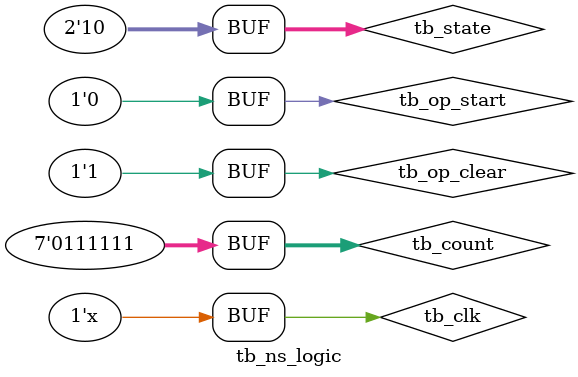
<source format=v>
`timescale 1ns/100ps

module tb_ns_logic; //testbench module name is tb_ns_logic

	reg tb_op_start, tb_op_clear,tb_clk; // 1bit reg
	reg[1:0] tb_state;// 2bit reg
	reg [6:0] tb_count; // 7bit reg
	
	wire [1:0] tb_next_state; // 2bit wire
	
	
	//state encoding
	parameter IDLE = 2'b00;
	parameter EXEC = 2'b01;
	parameter DONE = 2'b10;
	
	ns_logic test_ns_logic (.op_start (tb_op_start), .op_clear(tb_op_clear), .state(tb_state), .count(tb_count) , .next_state(tb_next_state));
	
	always #5 tb_clk = ~tb_clk;
	
	initial begin
		tb_clk = 0; tb_op_start = 0; tb_op_clear = 0; tb_state = IDLE; tb_count = 0;
		#5; tb_op_start =1; //EXEC
		#5; tb_op_start =0; tb_op_clear =1; //IDLE
		
		#5; tb_state = EXEC; tb_op_start =0; tb_op_clear = 0; tb_count =50; // EXEC
		#5; tb_count = 63; // DONE
		#5; tb_op_clear = 1; // IDLE
		
		#5; tb_state =DONE; tb_op_clear=0; //DONE
		#5; tb_op_clear =1; //IDLE
	
	end
	
endmodule

	
</source>
